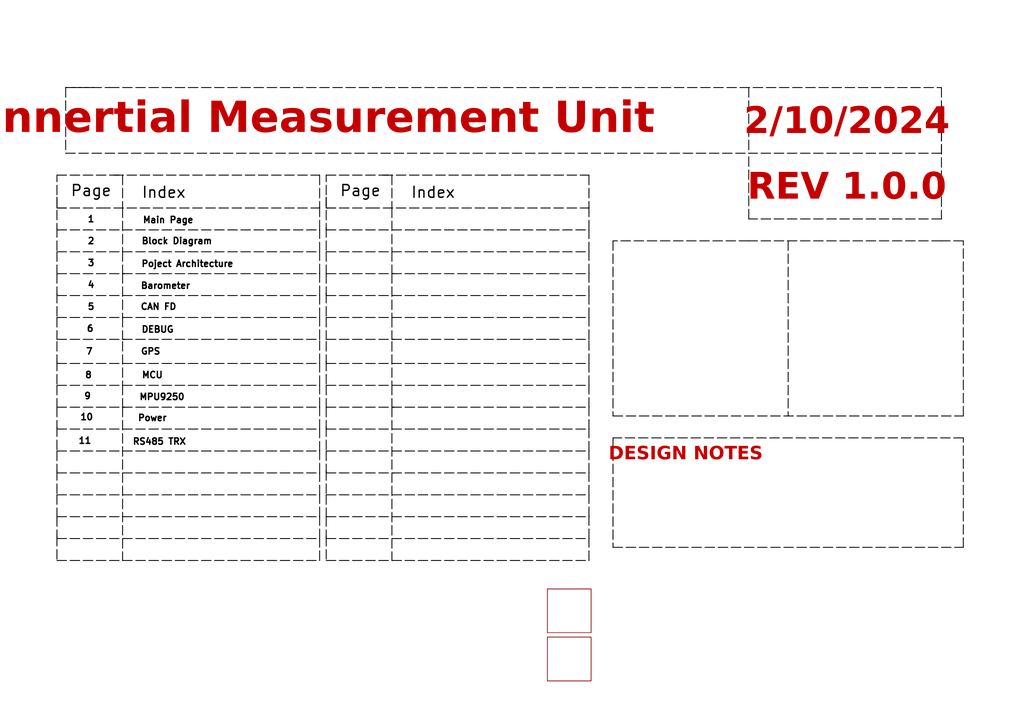
<source format=kicad_sch>
(kicad_sch
	(version 20250114)
	(generator "eeschema")
	(generator_version "9.0")
	(uuid "b6a8d14b-6e32-4628-bf0c-2046877d1cfa")
	(paper "A4")
	(lib_symbols)
	(text "MPU9250"
		(exclude_from_sim no)
		(at 46.99 115.316 0)
		(effects
			(font
				(size 1.8415 1.8415)
				(thickness 0.3969)
				(color 0 0 0 1)
			)
			(href "#9")
		)
		(uuid "01caf974-1a1b-42c4-b965-ceb8cb9fb02b")
	)
	(text "9"
		(exclude_from_sim no)
		(at 25.4 115.062 0)
		(effects
			(font
				(size 1.8415 1.8415)
				(thickness 0.3969)
				(color 0 0 0 1)
			)
		)
		(uuid "0e635508-eb15-44da-a017-3da52b7ee871")
	)
	(text "2"
		(exclude_from_sim no)
		(at 26.416 70.104 0)
		(effects
			(font
				(size 1.8415 1.8415)
				(thickness 0.3969)
				(color 0 0 0 1)
			)
		)
		(uuid "1aafcdf9-4ad4-477b-a593-25a28d7bddc4")
	)
	(text "Innertial Measurement Unit"
		(exclude_from_sim no)
		(at 92.964 37.084 0)
		(effects
			(font
				(face "Bodoni MT")
				(size 8.89 8.89)
				(thickness 1.524)
				(bold yes)
				(color 194 0 0 1)
			)
		)
		(uuid "25813bac-f536-4cbc-91d3-0613266bc093")
	)
	(text "RS485 TRX"
		(exclude_from_sim no)
		(at 46.228 128.27 0)
		(effects
			(font
				(size 1.8415 1.8415)
				(thickness 0.3969)
				(color 0 0 0 1)
			)
			(href "#11")
		)
		(uuid "2b46ef48-b51b-4695-a7df-aa3af3e3a23f")
	)
	(text "1"
		(exclude_from_sim no)
		(at 26.416 63.754 0)
		(effects
			(font
				(size 1.8415 1.8415)
				(thickness 0.3969)
				(color 0 0 0 1)
			)
		)
		(uuid "2eb7e555-5366-44e4-806b-e23e5e9cd7bd")
	)
	(text "7"
		(exclude_from_sim no)
		(at 25.908 102.108 0)
		(effects
			(font
				(size 1.8415 1.8415)
				(thickness 0.3969)
				(color 0 0 0 1)
			)
		)
		(uuid "30bf02f0-6719-482c-84de-529dcb19e5a2")
	)
	(text "Main Page"
		(exclude_from_sim no)
		(at 48.768 64.008 0)
		(effects
			(font
				(size 1.8415 1.8415)
				(thickness 0.3969)
				(color 0 0 0 1)
			)
			(href "#1")
		)
		(uuid "3405a6e5-b410-487e-8cb7-f078789d7795")
	)
	(text "DEBUG"
		(exclude_from_sim no)
		(at 45.72 95.758 0)
		(effects
			(font
				(size 1.8415 1.8415)
				(thickness 0.3969)
				(color 0 0 0 1)
			)
			(href "#6")
		)
		(uuid "3a854ec8-750e-4d02-a09f-628a344890ec")
	)
	(text "10"
		(exclude_from_sim no)
		(at 25.146 121.158 0)
		(effects
			(font
				(size 1.8415 1.8415)
				(thickness 0.3969)
				(color 0 0 0 1)
			)
		)
		(uuid "3fb101a9-ff02-4608-9ed7-c5d9f4841d1f")
	)
	(text "4"
		(exclude_from_sim no)
		(at 26.416 82.804 0)
		(effects
			(font
				(size 1.8415 1.8415)
				(thickness 0.3969)
				(color 0 0 0 1)
			)
		)
		(uuid "467ebeaa-52c8-43d3-8057-afa2362797b9")
	)
	(text "Block Diagram"
		(exclude_from_sim no)
		(at 51.308 70.104 0)
		(effects
			(font
				(size 1.8415 1.8415)
				(thickness 0.3969)
				(color 0 0 0 1)
			)
			(href "#2")
		)
		(uuid "47e3d875-f640-4511-bb2d-c5d8dbdd5326")
	)
	(text "DESIGN NOTES"
		(exclude_from_sim no)
		(at 198.882 132.842 0)
		(effects
			(font
				(face "Bodoni MT")
				(size 3.81 3.81)
				(thickness 1.524)
				(bold yes)
				(color 194 0 0 1)
			)
		)
		(uuid "53abd561-da07-4e6a-bcab-9ab6141947e8")
	)
	(text "11"
		(exclude_from_sim no)
		(at 24.638 128.016 0)
		(effects
			(font
				(size 1.8415 1.8415)
				(thickness 0.3969)
				(color 0 0 0 1)
			)
		)
		(uuid "568afc85-b151-47c5-851e-879b586e3279")
	)
	(text "Barometer"
		(exclude_from_sim no)
		(at 48.006 83.058 0)
		(effects
			(font
				(size 1.8415 1.8415)
				(thickness 0.3969)
				(color 0 0 0 1)
			)
			(href "#4")
		)
		(uuid "710363bd-2cc6-4f5b-bc35-1a2793625ad0")
	)
	(text "Page"
		(exclude_from_sim no)
		(at 26.416 55.499 0)
		(effects
			(font
				(size 3.175 3.175)
				(thickness 0.3969)
				(color 0 0 0 1)
			)
		)
		(uuid "77199ec9-40c4-44f5-9b47-0de7fd4cae83")
	)
	(text "Index"
		(exclude_from_sim no)
		(at 125.603 56.007 0)
		(effects
			(font
				(size 3.175 3.175)
				(thickness 0.3969)
				(color 0 0 0 1)
			)
		)
		(uuid "83921a29-4cd3-4c5c-aaa2-34d750ee291f")
	)
	(text "REV 1.0.0"
		(exclude_from_sim no)
		(at 245.618 56.642 0)
		(effects
			(font
				(face "Bodoni MT")
				(size 7.62 7.62)
				(thickness 1.524)
				(bold yes)
				(color 194 0 0 1)
			)
		)
		(uuid "91773755-4d7e-4203-98cd-85f2d7acd1f0")
	)
	(text "GPS"
		(exclude_from_sim no)
		(at 43.688 102.108 0)
		(effects
			(font
				(size 1.8415 1.8415)
				(thickness 0.3969)
				(color 0 0 0 1)
			)
			(href "#7")
		)
		(uuid "99d43356-4669-49c1-bc83-dbcfe964ec5e")
	)
	(text "Index"
		(exclude_from_sim no)
		(at 47.498 56.007 0)
		(effects
			(font
				(size 3.175 3.175)
				(thickness 0.3969)
				(color 0 0 0 1)
			)
		)
		(uuid "9f542388-4321-4766-b7aa-5c4fc91cc81d")
	)
	(text "5"
		(exclude_from_sim no)
		(at 26.416 89.154 0)
		(effects
			(font
				(size 1.8415 1.8415)
				(thickness 0.3969)
				(color 0 0 0 1)
			)
		)
		(uuid "a6f84bd8-cb83-4fa3-bfee-c6ad1698ad77")
	)
	(text "8"
		(exclude_from_sim no)
		(at 25.654 108.966 0)
		(effects
			(font
				(size 1.8415 1.8415)
				(thickness 0.3969)
				(color 0 0 0 1)
			)
		)
		(uuid "af1b6685-735b-4ebb-a6ff-9a27f1829bb5")
	)
	(text "6"
		(exclude_from_sim no)
		(at 26.162 95.504 0)
		(effects
			(font
				(size 1.8415 1.8415)
				(thickness 0.3969)
				(color 0 0 0 1)
			)
		)
		(uuid "af88b3fa-f3f6-47ca-892b-81199291f17c")
	)
	(text "Power"
		(exclude_from_sim no)
		(at 44.196 121.412 0)
		(effects
			(font
				(size 1.8415 1.8415)
				(thickness 0.3969)
				(color 0 0 0 1)
			)
			(href "#10")
		)
		(uuid "c61494cf-41a2-4d78-b158-37cf9961523f")
	)
	(text "MCU"
		(exclude_from_sim no)
		(at 44.196 108.966 0)
		(effects
			(font
				(size 1.8415 1.8415)
				(thickness 0.3969)
				(color 0 0 0 1)
			)
			(href "#8")
		)
		(uuid "d146acca-25f9-44a9-b05c-8a6c05a0cabe")
	)
	(text "3"
		(exclude_from_sim no)
		(at 26.416 76.454 0)
		(effects
			(font
				(size 1.8415 1.8415)
				(thickness 0.3969)
				(color 0 0 0 1)
			)
		)
		(uuid "d374a966-ce67-43b8-9353-7251c99925f3")
	)
	(text "Page"
		(exclude_from_sim no)
		(at 104.521 55.499 0)
		(effects
			(font
				(size 3.175 3.175)
				(thickness 0.3969)
				(color 0 0 0 1)
			)
		)
		(uuid "df993c98-6a43-4dcc-b793-90d4f90d06ca")
	)
	(text "CAN FD"
		(exclude_from_sim no)
		(at 45.974 89.154 0)
		(effects
			(font
				(size 1.8415 1.8415)
				(thickness 0.3969)
				(color 0 0 0 1)
			)
			(href "#5")
		)
		(uuid "e1c30acd-8da0-42a4-995e-67e2e8f72ce1")
	)
	(text "2/10/2024"
		(exclude_from_sim no)
		(at 245.618 37.592 0)
		(effects
			(font
				(face "Bodoni MT")
				(size 7.62 7.62)
				(thickness 1.524)
				(bold yes)
				(color 194 0 0 1)
			)
		)
		(uuid "f1d37723-3a60-42b2-af84-dc1031f6d87b")
	)
	(text "Poject Architecture"
		(exclude_from_sim no)
		(at 54.356 76.708 0)
		(effects
			(font
				(size 1.8415 1.8415)
				(thickness 0.3969)
				(color 0 0 0 1)
			)
			(href "#3")
		)
		(uuid "fb1fee40-989b-4aa7-9b95-bb90ca33a7b2")
	)
	(polyline
		(pts
			(xy 19.05 25.4) (xy 31.75 25.4)
		)
		(stroke
			(width 0.254)
			(type dash)
			(color 0 0 0 1)
		)
		(uuid "05421465-5141-4190-8166-7519556c3164")
	)
	(polyline
		(pts
			(xy 94.615 104.775) (xy 94.615 111.76)
		)
		(stroke
			(width 0.254)
			(type dash)
			(color 0 0 0 1)
		)
		(uuid "0b0771e9-6880-4033-abf5-5ece886f7133")
	)
	(polyline
		(pts
			(xy 113.665 98.425) (xy 114.3 98.425)
		)
		(stroke
			(width 0.254)
			(type dash)
			(color 0 0 0 1)
		)
		(uuid "0e37b9d7-3b02-4ec2-9b02-8be1e8bfd082")
	)
	(polyline
		(pts
			(xy 94.615 124.46) (xy 170.815 124.46)
		)
		(stroke
			(width 0.254)
			(type dash)
			(color 0 0 0 1)
		)
		(uuid "0fd73bc3-1901-4611-8277-9296f21bb75d")
	)
	(polyline
		(pts
			(xy 16.51 79.375) (xy 16.51 85.725)
		)
		(stroke
			(width 0.254)
			(type dash)
			(color 0 0 0 1)
		)
		(uuid "1020af24-d08a-4fd2-8056-f387595af4c1")
	)
	(polyline
		(pts
			(xy 16.51 60.325) (xy 16.51 50.8)
		)
		(stroke
			(width 0.254)
			(type dash)
			(color 0 0 0 1)
		)
		(uuid "10a89c26-3023-4a5b-8ea4-819ade852c1f")
	)
	(polyline
		(pts
			(xy 170.815 137.16) (xy 170.815 130.175)
		)
		(stroke
			(width 0.254)
			(type dash)
			(color 0 0 0 1)
		)
		(uuid "1352b28d-49f1-45ee-b245-334e9cd8d46a")
	)
	(polyline
		(pts
			(xy 35.56 60.325) (xy 35.56 73.025)
		)
		(stroke
			(width 0.254)
			(type dash)
			(color 0 0 0 1)
		)
		(uuid "1414deb4-ee05-4391-9d7c-3dcfa59c30fc")
	)
	(polyline
		(pts
			(xy 273.05 57.15) (xy 273.05 63.5)
		)
		(stroke
			(width 0.254)
			(type dash)
			(color 0 0 0 1)
		)
		(uuid "148e077d-53dd-419c-b1e4-58999e843828")
	)
	(polyline
		(pts
			(xy 16.51 57.15) (xy 16.51 66.675)
		)
		(stroke
			(width 0.254)
			(type dash)
			(color 0 0 0 1)
		)
		(uuid "15a4a63d-6492-4794-8f8a-29b138d682d8")
	)
	(polyline
		(pts
			(xy 16.51 149.86) (xy 16.51 156.21)
		)
		(stroke
			(width 0.254)
			(type dash)
			(color 0 0 0 1)
		)
		(uuid "16775fc9-564d-4ed8-a63f-a7f67b4e1475")
	)
	(polyline
		(pts
			(xy 273.05 38.1) (xy 273.05 57.15)
		)
		(stroke
			(width 0.254)
			(type dash)
			(color 0 0 0 1)
		)
		(uuid "17858f94-976e-4d1f-9ac2-e18f22ad4fcb")
	)
	(polyline
		(pts
			(xy 94.615 118.11) (xy 170.815 118.11)
		)
		(stroke
			(width 0.254)
			(type dash)
			(color 0 0 0 1)
		)
		(uuid "17f2fe9a-7b26-467b-8f89-fd50fb3327d1")
	)
	(polyline
		(pts
			(xy 94.615 149.86) (xy 94.615 156.21)
		)
		(stroke
			(width 0.254)
			(type dash)
			(color 0 0 0 1)
		)
		(uuid "18688f75-c161-4e47-8b6a-ea8b6c3b94fb")
	)
	(polyline
		(pts
			(xy 16.51 156.21) (xy 92.71 156.21)
		)
		(stroke
			(width 0.254)
			(type dash)
			(color 0 0 0 1)
		)
		(uuid "1956521a-362e-401b-9cf4-3c7894658e2d")
	)
	(polyline
		(pts
			(xy 92.71 118.11) (xy 92.71 111.76)
		)
		(stroke
			(width 0.254)
			(type dash)
			(color 0 0 0 1)
		)
		(uuid "1c1a0ed4-6ede-42fc-917b-a188a8ab7b3c")
	)
	(polyline
		(pts
			(xy 94.615 85.725) (xy 170.815 85.725)
		)
		(stroke
			(width 0.254)
			(type dash)
			(color 0 0 0 1)
		)
		(uuid "1dec6bb0-940d-40be-aeaa-94f91e6c6df4")
	)
	(polyline
		(pts
			(xy 16.51 143.51) (xy 16.51 149.86)
		)
		(stroke
			(width 0.254)
			(type dash)
			(color 0 0 0 1)
		)
		(uuid "1f86975c-2c56-457c-9942-6d1f66ecd731")
	)
	(polyline
		(pts
			(xy 217.17 63.5) (xy 217.17 44.45)
		)
		(stroke
			(width 0.254)
			(type dash)
			(color 0 0 0 1)
		)
		(uuid "1fb55661-6ba6-4e69-9a78-3de8acde99f8")
	)
	(polyline
		(pts
			(xy 94.615 123.825) (xy 94.615 130.81)
		)
		(stroke
			(width 0.254)
			(type dash)
			(color 0 0 0 1)
		)
		(uuid "21173794-8add-4a1e-b3ce-dc8a2fc2144e")
	)
	(polyline
		(pts
			(xy 170.815 162.56) (xy 170.815 156.21)
		)
		(stroke
			(width 0.254)
			(type dash)
			(color 0 0 0 1)
		)
		(uuid "228d48e4-7712-43c4-94dc-febe12006734")
	)
	(polyline
		(pts
			(xy 16.51 123.825) (xy 16.51 130.81)
		)
		(stroke
			(width 0.254)
			(type dash)
			(color 0 0 0 1)
		)
		(uuid "23bf8820-a755-4e05-a078-215fa9e06dbf")
	)
	(polyline
		(pts
			(xy 94.615 111.76) (xy 170.815 111.76)
		)
		(stroke
			(width 0.254)
			(type dash)
			(color 0 0 0 1)
		)
		(uuid "241e8a75-e1c8-45a7-9111-656c31dbb760")
	)
	(polyline
		(pts
			(xy 170.815 66.675) (xy 170.815 59.69)
		)
		(stroke
			(width 0.254)
			(type dash)
			(color 0 0 0 1)
		)
		(uuid "2462ee13-6cc4-4ebb-a4b4-7d9697cf1084")
	)
	(polyline
		(pts
			(xy 16.51 155.575) (xy 16.51 162.56)
		)
		(stroke
			(width 0.254)
			(type dash)
			(color 0 0 0 1)
		)
		(uuid "25815f44-3a5a-423a-867d-07866c8a6899")
	)
	(polyline
		(pts
			(xy 273.05 25.4) (xy 273.05 32.385)
		)
		(stroke
			(width 0.254)
			(type dash)
			(color 0 0 0 1)
		)
		(uuid "2920fe70-a981-4c14-875c-5a0a98e31808")
	)
	(polyline
		(pts
			(xy 94.615 92.075) (xy 170.815 92.075)
		)
		(stroke
			(width 0.254)
			(type dash)
			(color 0 0 0 1)
		)
		(uuid "29ab1aef-d686-4e57-b029-432e990a64f5")
	)
	(polyline
		(pts
			(xy 94.615 92.075) (xy 94.615 98.425)
		)
		(stroke
			(width 0.254)
			(type dash)
			(color 0 0 0 1)
		)
		(uuid "2aee0cce-c426-4a0d-824a-9c73f3ba582c")
	)
	(polyline
		(pts
			(xy 94.615 99.06) (xy 94.615 105.41)
		)
		(stroke
			(width 0.254)
			(type dash)
			(color 0 0 0 1)
		)
		(uuid "2b2e0da4-fe83-46cd-b1e3-479c14791446")
	)
	(polyline
		(pts
			(xy 16.51 66.04) (xy 16.51 73.025)
		)
		(stroke
			(width 0.254)
			(type dash)
			(color 0 0 0 1)
		)
		(uuid "2e77e5fb-887d-407f-a325-2674a698365c")
	)
	(polyline
		(pts
			(xy 170.815 105.41) (xy 170.815 98.425)
		)
		(stroke
			(width 0.254)
			(type dash)
			(color 0 0 0 1)
		)
		(uuid "301a8443-83a5-4bc8-b533-357b818f61fc")
	)
	(polyline
		(pts
			(xy 16.51 130.81) (xy 92.71 130.81)
		)
		(stroke
			(width 0.254)
			(type dash)
			(color 0 0 0 1)
		)
		(uuid "3395a9c1-027b-4b05-9a0a-2775d5aca198")
	)
	(polyline
		(pts
			(xy 177.8 69.85) (xy 177.8 120.65)
		)
		(stroke
			(width 0.254)
			(type dash)
			(color 0 0 0 1)
		)
		(uuid "359e1843-0452-44bb-9404-5cc28e8e07bb")
	)
	(polyline
		(pts
			(xy 35.56 79.375) (xy 36.195 79.375)
		)
		(stroke
			(width 0.254)
			(type dash)
			(color 0 0 0 1)
		)
		(uuid "3b8302be-c926-463a-befc-782e2e30a609")
	)
	(polyline
		(pts
			(xy 92.71 149.86) (xy 92.71 143.51)
		)
		(stroke
			(width 0.254)
			(type dash)
			(color 0 0 0 1)
		)
		(uuid "3c4bf990-7b59-4425-aece-1215d6453d46")
	)
	(polyline
		(pts
			(xy 92.71 79.375) (xy 92.71 73.025)
		)
		(stroke
			(width 0.254)
			(type dash)
			(color 0 0 0 1)
		)
		(uuid "3ea82d12-ed13-4e47-91b7-c2fd4f4bc89a")
	)
	(polyline
		(pts
			(xy 94.615 143.51) (xy 170.815 143.51)
		)
		(stroke
			(width 0.254)
			(type dash)
			(color 0 0 0 1)
		)
		(uuid "3ef34b7b-1605-4e2b-b50e-1f2044739e49")
	)
	(polyline
		(pts
			(xy 113.665 111.76) (xy 113.665 118.11)
		)
		(stroke
			(width 0.254)
			(type dash)
			(color 0 0 0 1)
		)
		(uuid "4373777b-5940-463c-9fc3-203a0a24bbc5")
	)
	(polyline
		(pts
			(xy 94.615 162.56) (xy 170.815 162.56)
		)
		(stroke
			(width 0.254)
			(type dash)
			(color 0 0 0 1)
		)
		(uuid "45677783-5b67-4762-9ef6-31a0204424c4")
	)
	(polyline
		(pts
			(xy 35.56 98.425) (xy 36.195 98.425)
		)
		(stroke
			(width 0.254)
			(type dash)
			(color 0 0 0 1)
		)
		(uuid "459a8cab-b67f-45c6-a1a0-e9c4acbe6bcc")
	)
	(polyline
		(pts
			(xy 94.615 137.16) (xy 170.815 137.16)
		)
		(stroke
			(width 0.254)
			(type dash)
			(color 0 0 0 1)
		)
		(uuid "45fe4fa2-4c06-409c-be4b-ea3d81b73206")
	)
	(polyline
		(pts
			(xy 92.71 66.675) (xy 92.71 59.69)
		)
		(stroke
			(width 0.254)
			(type dash)
			(color 0 0 0 1)
		)
		(uuid "4b953cd4-4728-4013-8401-157f738ada08")
	)
	(polyline
		(pts
			(xy 16.51 79.375) (xy 92.71 79.375)
		)
		(stroke
			(width 0.254)
			(type dash)
			(color 0 0 0 1)
		)
		(uuid "516b6cb1-7438-4e8c-9f69-d0b38b073824")
	)
	(polyline
		(pts
			(xy 35.56 118.11) (xy 35.56 162.56)
		)
		(stroke
			(width 0.254)
			(type dash)
			(color 0 0 0 1)
		)
		(uuid "520c3022-0a7a-4536-a687-a835b533a5d3")
	)
	(polyline
		(pts
			(xy 16.51 118.11) (xy 92.71 118.11)
		)
		(stroke
			(width 0.254)
			(type dash)
			(color 0 0 0 1)
		)
		(uuid "536db232-4153-4e97-a74f-7a287188cc48")
	)
	(polyline
		(pts
			(xy 113.665 118.11) (xy 113.665 162.56)
		)
		(stroke
			(width 0.254)
			(type dash)
			(color 0 0 0 1)
		)
		(uuid "53abc43f-29de-403c-bc8c-b138ea7c9a09")
	)
	(polyline
		(pts
			(xy 33.02 50.8) (xy 92.71 50.8)
		)
		(stroke
			(width 0.254)
			(type dash)
			(color 0 0 0 1)
		)
		(uuid "555675b2-9d86-49ef-9c6b-06d166d99773")
	)
	(polyline
		(pts
			(xy 92.71 85.725) (xy 92.71 78.74)
		)
		(stroke
			(width 0.254)
			(type dash)
			(color 0 0 0 1)
		)
		(uuid "55d11b57-feaa-4b4d-b749-26c76dd02e7e")
	)
	(polyline
		(pts
			(xy 217.17 25.4) (xy 217.17 44.45)
		)
		(stroke
			(width 0.254)
			(type dash)
			(color 0 0 0 1)
		)
		(uuid "55dcd5ce-8182-4ea1-9d17-bf23843f68e8")
	)
	(polyline
		(pts
			(xy 92.71 98.425) (xy 92.71 92.075)
		)
		(stroke
			(width 0.254)
			(type dash)
			(color 0 0 0 1)
		)
		(uuid "5637370e-17fe-4851-b11d-77ab78ff0892")
	)
	(polyline
		(pts
			(xy 94.615 130.81) (xy 170.815 130.81)
		)
		(stroke
			(width 0.254)
			(type dash)
			(color 0 0 0 1)
		)
		(uuid "567efb01-5db9-4bdd-b758-5a98612ddb85")
	)
	(polyline
		(pts
			(xy 111.125 50.8) (xy 170.815 50.8)
		)
		(stroke
			(width 0.254)
			(type dash)
			(color 0 0 0 1)
		)
		(uuid "5ba86f68-8296-40b1-96d3-8898c4ec2ab4")
	)
	(polyline
		(pts
			(xy 16.51 149.86) (xy 92.71 149.86)
		)
		(stroke
			(width 0.254)
			(type dash)
			(color 0 0 0 1)
		)
		(uuid "5cefe247-bcc5-41f6-b61d-eb1deefe9a89")
	)
	(polyline
		(pts
			(xy 16.51 111.76) (xy 92.71 111.76)
		)
		(stroke
			(width 0.254)
			(type dash)
			(color 0 0 0 1)
		)
		(uuid "5edaac75-a3d0-44ad-b2bf-2c13a15d2616")
	)
	(polyline
		(pts
			(xy 97.155 60.325) (xy 94.615 60.325)
		)
		(stroke
			(width 0.254)
			(type dash)
			(color 0 0 0 1)
		)
		(uuid "604b1673-5c74-49d9-b597-ba88f51df9b6")
	)
	(polyline
		(pts
			(xy 92.71 73.025) (xy 92.71 66.675)
		)
		(stroke
			(width 0.254)
			(type dash)
			(color 0 0 0 1)
		)
		(uuid "615c29b2-2a0d-4ba3-91bb-f038907b2651")
	)
	(polyline
		(pts
			(xy 273.05 63.5) (xy 217.17 63.5)
		)
		(stroke
			(width 0.254)
			(type dash)
			(color 0 0 0 1)
		)
		(uuid "62f81d6c-fe66-4536-ad67-79f53d01a98a")
	)
	(polyline
		(pts
			(xy 31.75 25.4) (xy 273.05 25.4)
		)
		(stroke
			(width 0.254)
			(type dash)
			(color 0 0 0 1)
		)
		(uuid "64624dcd-23db-498d-ba4f-8c2af76b05c2")
	)
	(polyline
		(pts
			(xy 170.815 50.8) (xy 170.815 60.325)
		)
		(stroke
			(width 0.254)
			(type dash)
			(color 0 0 0 1)
		)
		(uuid "64cdfff6-da04-4197-8e9e-2123abfca56c")
	)
	(polyline
		(pts
			(xy 170.815 111.76) (xy 170.815 105.41)
		)
		(stroke
			(width 0.254)
			(type dash)
			(color 0 0 0 1)
		)
		(uuid "666174ef-4ce6-4e4c-adf6-2a40ba041835")
	)
	(polyline
		(pts
			(xy 35.56 73.025) (xy 35.56 79.375)
		)
		(stroke
			(width 0.254)
			(type dash)
			(color 0 0 0 1)
		)
		(uuid "68489bb9-54c2-43ed-9bc8-174d71ba06d4")
	)
	(polyline
		(pts
			(xy 94.615 105.41) (xy 170.815 105.41)
		)
		(stroke
			(width 0.254)
			(type dash)
			(color 0 0 0 1)
		)
		(uuid "691435fa-a646-4945-8abd-e5dec760f739")
	)
	(polyline
		(pts
			(xy 92.71 111.76) (xy 92.71 105.41)
		)
		(stroke
			(width 0.254)
			(type dash)
			(color 0 0 0 1)
		)
		(uuid "694e1932-999a-4f6d-aaeb-138e559d02fa")
	)
	(polyline
		(pts
			(xy 113.665 79.375) (xy 114.3 79.375)
		)
		(stroke
			(width 0.254)
			(type dash)
			(color 0 0 0 1)
		)
		(uuid "6a500c7a-1548-4a7c-996d-08d8b55e1d0d")
	)
	(polyline
		(pts
			(xy 279.4 158.75) (xy 279.4 127)
		)
		(stroke
			(width 0.254)
			(type dash)
			(color 0 0 0 1)
		)
		(uuid "6aca3a84-e3b0-475c-838b-814cfef0875c")
	)
	(polyline
		(pts
			(xy 279.4 120.65) (xy 279.4 69.85)
		)
		(stroke
			(width 0.254)
			(type dash)
			(color 0 0 0 1)
		)
		(uuid "6c6c7cdd-4974-4125-a77a-db370266c4fb")
	)
	(polyline
		(pts
			(xy 92.71 92.075) (xy 92.71 85.725)
		)
		(stroke
			(width 0.254)
			(type dash)
			(color 0 0 0 1)
		)
		(uuid "6de659d9-f2ab-433d-9646-ead377d8c025")
	)
	(polyline
		(pts
			(xy 170.815 149.86) (xy 170.815 143.51)
		)
		(stroke
			(width 0.254)
			(type dash)
			(color 0 0 0 1)
		)
		(uuid "6f43526d-674f-44da-a26d-fd86115fff9e")
	)
	(polyline
		(pts
			(xy 94.615 130.81) (xy 94.615 137.16)
		)
		(stroke
			(width 0.254)
			(type dash)
			(color 0 0 0 1)
		)
		(uuid "706d07b1-0e0b-4bff-b97f-7af338d15881")
	)
	(polyline
		(pts
			(xy 92.71 124.46) (xy 92.71 117.475)
		)
		(stroke
			(width 0.254)
			(type dash)
			(color 0 0 0 1)
		)
		(uuid "71a0da9a-2720-442e-aea6-b562aa38eb5e")
	)
	(polyline
		(pts
			(xy 92.71 137.16) (xy 92.71 130.175)
		)
		(stroke
			(width 0.254)
			(type dash)
			(color 0 0 0 1)
		)
		(uuid "7394e480-ef06-447f-afae-abf7e658560d")
	)
	(polyline
		(pts
			(xy 16.51 98.425) (xy 92.71 98.425)
		)
		(stroke
			(width 0.254)
			(type dash)
			(color 0 0 0 1)
		)
		(uuid "750594c3-4191-4611-ad09-ff73d01e6c36")
	)
	(polyline
		(pts
			(xy 113.665 99.06) (xy 113.665 111.76)
		)
		(stroke
			(width 0.254)
			(type dash)
			(color 0 0 0 1)
		)
		(uuid "75f04cdc-ca3b-4795-9622-3820fecee75d")
	)
	(polyline
		(pts
			(xy 273.05 30.48) (xy 273.05 44.45)
		)
		(stroke
			(width 0.254)
			(type dash)
			(color 0 0 0 1)
		)
		(uuid "75fe76d0-78c9-4fd9-aa53-919823817dd3")
	)
	(polyline
		(pts
			(xy 279.4 69.85) (xy 273.05 69.85)
		)
		(stroke
			(width 0.254)
			(type dash)
			(color 0 0 0 1)
		)
		(uuid "780730cd-d336-4ebe-9ada-80d8c243ca7a")
	)
	(polyline
		(pts
			(xy 94.615 136.525) (xy 94.615 143.51)
		)
		(stroke
			(width 0.254)
			(type dash)
			(color 0 0 0 1)
		)
		(uuid "7a27f77f-0812-47e9-81bf-c4c5db50a1da")
	)
	(polyline
		(pts
			(xy 94.615 98.425) (xy 170.815 98.425)
		)
		(stroke
			(width 0.254)
			(type dash)
			(color 0 0 0 1)
		)
		(uuid "7a4b1389-5f9c-423d-8be8-f9c86e368a2a")
	)
	(polyline
		(pts
			(xy 94.615 60.325) (xy 94.615 50.8)
		)
		(stroke
			(width 0.254)
			(type dash)
			(color 0 0 0 1)
		)
		(uuid "7fa201e0-2a22-49ef-bb8c-d42e802fa466")
	)
	(polyline
		(pts
			(xy 92.71 156.21) (xy 92.71 149.225)
		)
		(stroke
			(width 0.254)
			(type dash)
			(color 0 0 0 1)
		)
		(uuid "80b2e504-412c-45f1-b2ac-190a29a69d67")
	)
	(polyline
		(pts
			(xy 170.815 118.11) (xy 170.815 111.76)
		)
		(stroke
			(width 0.254)
			(type dash)
			(color 0 0 0 1)
		)
		(uuid "81b81c02-77c7-4950-9409-40e1116fe526")
	)
	(polyline
		(pts
			(xy 273.05 69.85) (xy 217.17 69.85)
		)
		(stroke
			(width 0.254)
			(type dash)
			(color 0 0 0 1)
		)
		(uuid "829e7f12-2ce3-49a5-b41a-493d5e056907")
	)
	(polyline
		(pts
			(xy 113.665 137.16) (xy 114.3 137.16)
		)
		(stroke
			(width 0.254)
			(type dash)
			(color 0 0 0 1)
		)
		(uuid "8396e1cb-1eb0-44a2-a68d-539f5547d46c")
	)
	(polyline
		(pts
			(xy 35.56 79.375) (xy 35.56 92.075)
		)
		(stroke
			(width 0.254)
			(type dash)
			(color 0 0 0 1)
		)
		(uuid "845af433-8fcf-4cd6-847d-bc5400e55bbc")
	)
	(polyline
		(pts
			(xy 16.51 118.11) (xy 16.51 124.46)
		)
		(stroke
			(width 0.254)
			(type dash)
			(color 0 0 0 1)
		)
		(uuid "872083fb-1925-4461-b963-e99377450559")
	)
	(polyline
		(pts
			(xy 170.815 124.46) (xy 170.815 117.475)
		)
		(stroke
			(width 0.254)
			(type dash)
			(color 0 0 0 1)
		)
		(uuid "898e0b8c-b428-4619-85ac-dacfde4ee06f")
	)
	(polyline
		(pts
			(xy 92.71 105.41) (xy 92.71 98.425)
		)
		(stroke
			(width 0.254)
			(type dash)
			(color 0 0 0 1)
		)
		(uuid "8a9fd7bb-b488-4697-a16f-69ad37deae9c")
	)
	(polyline
		(pts
			(xy 16.51 92.075) (xy 92.71 92.075)
		)
		(stroke
			(width 0.254)
			(type dash)
			(color 0 0 0 1)
		)
		(uuid "8b00e28a-554d-4376-a350-13c2116eb945")
	)
	(polyline
		(pts
			(xy 16.51 66.675) (xy 92.71 66.675)
		)
		(stroke
			(width 0.254)
			(type dash)
			(color 0 0 0 1)
		)
		(uuid "8b3b54e5-ed7b-49d2-aa08-7f9f6173b15b")
	)
	(polyline
		(pts
			(xy 35.56 118.11) (xy 36.195 118.11)
		)
		(stroke
			(width 0.254)
			(type dash)
			(color 0 0 0 1)
		)
		(uuid "8bd39308-256e-43eb-bc6c-b70236f923e4")
	)
	(polyline
		(pts
			(xy 16.51 111.76) (xy 16.51 118.11)
		)
		(stroke
			(width 0.254)
			(type dash)
			(color 0 0 0 1)
		)
		(uuid "8d3088c9-d1c5-4742-a795-92c45f3199e3")
	)
	(polyline
		(pts
			(xy 94.615 85.09) (xy 94.615 92.075)
		)
		(stroke
			(width 0.254)
			(type dash)
			(color 0 0 0 1)
		)
		(uuid "8e76eaa5-2acf-4798-ab24-3eec5442cde1")
	)
	(polyline
		(pts
			(xy 217.17 69.85) (xy 177.8 69.85)
		)
		(stroke
			(width 0.254)
			(type dash)
			(color 0 0 0 1)
		)
		(uuid "8e80e143-b3bd-4054-b26f-356eb04ecc55")
	)
	(polyline
		(pts
			(xy 16.51 99.06) (xy 16.51 105.41)
		)
		(stroke
			(width 0.254)
			(type dash)
			(color 0 0 0 1)
		)
		(uuid "906c8801-0e01-4727-854b-4743d1b556b1")
	)
	(polyline
		(pts
			(xy 29.21 60.325) (xy 92.71 60.325)
		)
		(stroke
			(width 0.254)
			(type dash)
			(color 0 0 0 1)
		)
		(uuid "90d6f566-2a03-4978-b72c-0ca78651481f")
	)
	(polyline
		(pts
			(xy 170.815 156.21) (xy 170.815 149.225)
		)
		(stroke
			(width 0.254)
			(type dash)
			(color 0 0 0 1)
		)
		(uuid "95174794-e797-45e4-a7fd-427c3bb9e9ab")
	)
	(polyline
		(pts
			(xy 94.615 79.375) (xy 170.815 79.375)
		)
		(stroke
			(width 0.254)
			(type dash)
			(color 0 0 0 1)
		)
		(uuid "97b748a2-ac8d-4ca7-8b91-99d1467d9df0")
	)
	(polyline
		(pts
			(xy 92.71 143.51) (xy 92.71 137.16)
		)
		(stroke
			(width 0.254)
			(type dash)
			(color 0 0 0 1)
		)
		(uuid "97fd0a6c-48ff-4e2f-9e65-67844f87a38a")
	)
	(polyline
		(pts
			(xy 35.56 92.075) (xy 35.56 98.425)
		)
		(stroke
			(width 0.254)
			(type dash)
			(color 0 0 0 1)
		)
		(uuid "9b68424c-d873-4f00-b151-57ab6133eb5b")
	)
	(polyline
		(pts
			(xy 170.815 85.725) (xy 170.815 78.74)
		)
		(stroke
			(width 0.254)
			(type dash)
			(color 0 0 0 1)
		)
		(uuid "9c578bad-56f9-462a-977e-f2835396303c")
	)
	(polyline
		(pts
			(xy 94.615 73.025) (xy 170.815 73.025)
		)
		(stroke
			(width 0.254)
			(type dash)
			(color 0 0 0 1)
		)
		(uuid "9f2233cf-5002-4002-b496-05ff781d6f78")
	)
	(polyline
		(pts
			(xy 16.51 50.8) (xy 35.56 50.8)
		)
		(stroke
			(width 0.254)
			(type dash)
			(color 0 0 0 1)
		)
		(uuid "a07586f4-0fda-42a6-8282-2d34ead923e4")
	)
	(polyline
		(pts
			(xy 92.71 130.81) (xy 92.71 124.46)
		)
		(stroke
			(width 0.254)
			(type dash)
			(color 0 0 0 1)
		)
		(uuid "a0c64cad-e8ae-4846-b1ab-3e866154d0e4")
	)
	(polyline
		(pts
			(xy 35.56 111.76) (xy 35.56 118.11)
		)
		(stroke
			(width 0.254)
			(type dash)
			(color 0 0 0 1)
		)
		(uuid "a2c32496-5da1-4524-b18b-1adae55d5086")
	)
	(polyline
		(pts
			(xy 94.615 143.51) (xy 94.615 149.86)
		)
		(stroke
			(width 0.254)
			(type dash)
			(color 0 0 0 1)
		)
		(uuid "a375a576-8494-4d15-8a38-846461e413ae")
	)
	(polyline
		(pts
			(xy 94.615 66.04) (xy 94.615 73.025)
		)
		(stroke
			(width 0.254)
			(type dash)
			(color 0 0 0 1)
		)
		(uuid "a38ac081-8cf2-4de5-8769-c5b826e164c5")
	)
	(polyline
		(pts
			(xy 35.56 50.8) (xy 35.56 60.325)
		)
		(stroke
			(width 0.254)
			(type dash)
			(color 0 0 0 1)
		)
		(uuid "a5479eb8-c39d-45bc-89ff-f99807b3848f")
	)
	(polyline
		(pts
			(xy 177.8 120.65) (xy 279.4 120.65)
		)
		(stroke
			(width 0.254)
			(type dash)
			(color 0 0 0 1)
		)
		(uuid "a8e0192f-0fd8-4710-a938-cf539a8cfd81")
	)
	(polyline
		(pts
			(xy 94.615 50.8) (xy 113.665 50.8)
		)
		(stroke
			(width 0.254)
			(type dash)
			(color 0 0 0 1)
		)
		(uuid "a96572e3-22f2-4e7f-be64-470f5c838abb")
	)
	(polyline
		(pts
			(xy 94.615 79.375) (xy 94.615 85.725)
		)
		(stroke
			(width 0.254)
			(type dash)
			(color 0 0 0 1)
		)
		(uuid "a9ad149a-ada4-4121-91d2-9065fa1cefa0")
	)
	(polyline
		(pts
			(xy 35.56 99.06) (xy 35.56 111.76)
		)
		(stroke
			(width 0.254)
			(type dash)
			(color 0 0 0 1)
		)
		(uuid "aaf7793f-7ae5-4bca-87f9-d415e65df9af")
	)
	(polyline
		(pts
			(xy 16.51 137.16) (xy 92.71 137.16)
		)
		(stroke
			(width 0.254)
			(type dash)
			(color 0 0 0 1)
		)
		(uuid "ab3334bf-60e5-47af-b1af-18bcb4069153")
	)
	(polyline
		(pts
			(xy 27.305 25.4) (xy 19.05 25.4)
		)
		(stroke
			(width 0.254)
			(type dash)
			(color 0 0 0 1)
		)
		(uuid "accb530b-907a-4ab5-a0cf-382c28fab3dc")
	)
	(polyline
		(pts
			(xy 16.51 136.525) (xy 16.51 143.51)
		)
		(stroke
			(width 0.254)
			(type dash)
			(color 0 0 0 1)
		)
		(uuid "b13595e7-2e22-4656-aa84-f135559870b9")
	)
	(polyline
		(pts
			(xy 170.815 130.81) (xy 170.815 124.46)
		)
		(stroke
			(width 0.254)
			(type dash)
			(color 0 0 0 1)
		)
		(uuid "b27e5edb-57f3-4e0a-92f6-3e55d1ba7eba")
	)
	(polyline
		(pts
			(xy 16.51 92.075) (xy 16.51 98.425)
		)
		(stroke
			(width 0.254)
			(type dash)
			(color 0 0 0 1)
		)
		(uuid "b2de911c-b948-48ef-a651-d1c98f82e121")
	)
	(polyline
		(pts
			(xy 177.8 158.75) (xy 279.4 158.75)
		)
		(stroke
			(width 0.254)
			(type dash)
			(color 0 0 0 1)
		)
		(uuid "b304aa89-3238-4115-9ff2-be1b110d8efa")
	)
	(polyline
		(pts
			(xy 94.615 118.11) (xy 94.615 124.46)
		)
		(stroke
			(width 0.254)
			(type dash)
			(color 0 0 0 1)
		)
		(uuid "b7ad2afa-b11e-4b6a-9380-d5e44e4ec7a1")
	)
	(polyline
		(pts
			(xy 113.665 50.8) (xy 113.665 60.325)
		)
		(stroke
			(width 0.254)
			(type dash)
			(color 0 0 0 1)
		)
		(uuid "b8a10bf3-672c-415f-a6f6-c30661c92ee5")
	)
	(polyline
		(pts
			(xy 113.665 79.375) (xy 113.665 92.075)
		)
		(stroke
			(width 0.254)
			(type dash)
			(color 0 0 0 1)
		)
		(uuid "ba971395-1bb1-4ac3-9969-09954d7c6fcc")
	)
	(polyline
		(pts
			(xy 113.665 92.075) (xy 113.665 98.425)
		)
		(stroke
			(width 0.254)
			(type dash)
			(color 0 0 0 1)
		)
		(uuid "baa8f02d-b2bc-463a-a720-4d08e8d41ff7")
	)
	(polyline
		(pts
			(xy 170.815 73.025) (xy 170.815 66.675)
		)
		(stroke
			(width 0.254)
			(type dash)
			(color 0 0 0 1)
		)
		(uuid "bae07ffa-8ce3-461d-89c6-dc0e20396bf1")
	)
	(polyline
		(pts
			(xy 94.615 155.575) (xy 94.615 162.56)
		)
		(stroke
			(width 0.254)
			(type dash)
			(color 0 0 0 1)
		)
		(uuid "bb13f08d-381b-432d-8c1a-bb91699c5b9f")
	)
	(polyline
		(pts
			(xy 177.8 127) (xy 177.8 158.75)
		)
		(stroke
			(width 0.254)
			(type dash)
			(color 0 0 0 1)
		)
		(uuid "bc4ef443-e795-453c-bdd3-50881201a86a")
	)
	(polyline
		(pts
			(xy 170.815 143.51) (xy 170.815 137.16)
		)
		(stroke
			(width 0.254)
			(type dash)
			(color 0 0 0 1)
		)
		(uuid "bcdd0765-204c-4940-828c-8ac5b35ac61d")
	)
	(polyline
		(pts
			(xy 113.665 118.11) (xy 114.3 118.11)
		)
		(stroke
			(width 0.254)
			(type dash)
			(color 0 0 0 1)
		)
		(uuid "c00fe856-386c-48d0-85fa-b430805d1dab")
	)
	(polyline
		(pts
			(xy 16.51 105.41) (xy 92.71 105.41)
		)
		(stroke
			(width 0.254)
			(type dash)
			(color 0 0 0 1)
		)
		(uuid "c03fcc66-2096-4dc4-be00-e432da1d5c9f")
	)
	(polyline
		(pts
			(xy 94.615 60.325) (xy 107.315 60.325)
		)
		(stroke
			(width 0.254)
			(type dash)
			(color 0 0 0 1)
		)
		(uuid "c34e1fac-1067-4585-aa01-2d599ba2c3d7")
	)
	(polyline
		(pts
			(xy 16.51 162.56) (xy 92.71 162.56)
		)
		(stroke
			(width 0.254)
			(type dash)
			(color 0 0 0 1)
		)
		(uuid "c3eae753-bc35-4310-98c3-789d86648d45")
	)
	(polyline
		(pts
			(xy 170.815 79.375) (xy 170.815 73.025)
		)
		(stroke
			(width 0.254)
			(type dash)
			(color 0 0 0 1)
		)
		(uuid "c3f254ee-6945-4de2-87d8-0d8c5841aa5f")
	)
	(polyline
		(pts
			(xy 19.05 25.4) (xy 19.05 44.45)
		)
		(stroke
			(width 0.254)
			(type dash)
			(color 0 0 0 1)
		)
		(uuid "c5b1a024-c4e0-42fe-bb00-9f8e4c760839")
	)
	(polyline
		(pts
			(xy 92.71 50.8) (xy 92.71 60.325)
		)
		(stroke
			(width 0.254)
			(type dash)
			(color 0 0 0 1)
		)
		(uuid "c5c84e26-8de3-4790-b2e9-0efc76899d07")
	)
	(polyline
		(pts
			(xy 16.51 85.09) (xy 16.51 92.075)
		)
		(stroke
			(width 0.254)
			(type dash)
			(color 0 0 0 1)
		)
		(uuid "c6780a03-8a4b-49e9-88ec-8bf49ef13b94")
	)
	(polyline
		(pts
			(xy 92.71 162.56) (xy 92.71 156.21)
		)
		(stroke
			(width 0.254)
			(type dash)
			(color 0 0 0 1)
		)
		(uuid "cde2d576-1baa-4dde-94a6-08e430c07a6f")
	)
	(polyline
		(pts
			(xy 16.51 73.025) (xy 16.51 79.375)
		)
		(stroke
			(width 0.254)
			(type dash)
			(color 0 0 0 1)
		)
		(uuid "cf32f899-4dc3-4b64-baf0-5d0e303794bf")
	)
	(polyline
		(pts
			(xy 19.05 60.325) (xy 16.51 60.325)
		)
		(stroke
			(width 0.254)
			(type dash)
			(color 0 0 0 1)
		)
		(uuid "d05a7345-9a89-45e0-95ae-8615ac436359")
	)
	(polyline
		(pts
			(xy 228.6 69.85) (xy 228.6 120.65)
		)
		(stroke
			(width 0.254)
			(type dash)
			(color 0 0 0 1)
		)
		(uuid "d0ed60ee-dd1b-4a46-97d6-7ebd3cb913cb")
	)
	(polyline
		(pts
			(xy 16.51 85.725) (xy 92.71 85.725)
		)
		(stroke
			(width 0.254)
			(type dash)
			(color 0 0 0 1)
		)
		(uuid "d54411b0-9551-408f-b5d4-e8dfde2d612a")
	)
	(polyline
		(pts
			(xy 16.51 60.325) (xy 29.21 60.325)
		)
		(stroke
			(width 0.254)
			(type dash)
			(color 0 0 0 1)
		)
		(uuid "d64d3dfd-367e-4559-874a-fe9b4a46a12e")
	)
	(polyline
		(pts
			(xy 279.4 127) (xy 177.8 127)
		)
		(stroke
			(width 0.254)
			(type dash)
			(color 0 0 0 1)
		)
		(uuid "d7067361-e16a-4c77-ad59-a22e8c6164ed")
	)
	(polyline
		(pts
			(xy 16.51 124.46) (xy 92.71 124.46)
		)
		(stroke
			(width 0.254)
			(type dash)
			(color 0 0 0 1)
		)
		(uuid "d758cf15-4d19-4035-8e80-cbb30e0ecac0")
	)
	(polyline
		(pts
			(xy 16.51 73.025) (xy 92.71 73.025)
		)
		(stroke
			(width 0.254)
			(type dash)
			(color 0 0 0 1)
		)
		(uuid "d7680c84-fc07-4141-a44c-05b3a89d08f6")
	)
	(polyline
		(pts
			(xy 170.815 92.075) (xy 170.815 85.725)
		)
		(stroke
			(width 0.254)
			(type dash)
			(color 0 0 0 1)
		)
		(uuid "d9bb68c1-6a16-4f9a-8f43-18da612c83b0")
	)
	(polyline
		(pts
			(xy 94.615 73.025) (xy 94.615 79.375)
		)
		(stroke
			(width 0.254)
			(type dash)
			(color 0 0 0 1)
		)
		(uuid "de000601-bd8a-47d0-97e4-bd0149d25fdb")
	)
	(polyline
		(pts
			(xy 19.05 44.45) (xy 217.17 44.45)
		)
		(stroke
			(width 0.254)
			(type dash)
			(color 0 0 0 1)
		)
		(uuid "def0276e-fe20-4079-ae5d-33ea7790991f")
	)
	(polyline
		(pts
			(xy 94.615 149.86) (xy 170.815 149.86)
		)
		(stroke
			(width 0.254)
			(type dash)
			(color 0 0 0 1)
		)
		(uuid "e261421c-4434-4107-95f9-7230d610928e")
	)
	(polyline
		(pts
			(xy 94.615 66.675) (xy 170.815 66.675)
		)
		(stroke
			(width 0.254)
			(type dash)
			(color 0 0 0 1)
		)
		(uuid "e2e670de-325e-4a04-b4b6-504bb464e132")
	)
	(polyline
		(pts
			(xy 16.51 130.81) (xy 16.51 137.16)
		)
		(stroke
			(width 0.254)
			(type dash)
			(color 0 0 0 1)
		)
		(uuid "e423a439-75c8-421c-ae50-d3417f3edc58")
	)
	(polyline
		(pts
			(xy 94.615 111.76) (xy 94.615 118.11)
		)
		(stroke
			(width 0.254)
			(type dash)
			(color 0 0 0 1)
		)
		(uuid "e5be3962-b82e-4baa-9bfb-47b496df40b8")
	)
	(polyline
		(pts
			(xy 113.665 73.025) (xy 113.665 79.375)
		)
		(stroke
			(width 0.254)
			(type dash)
			(color 0 0 0 1)
		)
		(uuid "e98e3d72-3c61-4e2f-83ea-3b779ec81988")
	)
	(polyline
		(pts
			(xy 273.05 44.45) (xy 217.17 44.45)
		)
		(stroke
			(width 0.254)
			(type dash)
			(color 0 0 0 1)
		)
		(uuid "ea09747d-90a2-47eb-983c-35183c19b767")
	)
	(polyline
		(pts
			(xy 113.665 60.325) (xy 113.665 73.025)
		)
		(stroke
			(width 0.254)
			(type dash)
			(color 0 0 0 1)
		)
		(uuid "ec6887a7-d64b-4ec1-8807-6a8aec8a948b")
	)
	(polyline
		(pts
			(xy 107.315 60.325) (xy 170.815 60.325)
		)
		(stroke
			(width 0.254)
			(type dash)
			(color 0 0 0 1)
		)
		(uuid "ecd7e0c5-9d12-417d-9eb9-8b90bc801890")
	)
	(polyline
		(pts
			(xy 16.51 143.51) (xy 92.71 143.51)
		)
		(stroke
			(width 0.254)
			(type dash)
			(color 0 0 0 1)
		)
		(uuid "ed27b242-a9c4-4ce2-b586-2c864db09c4b")
	)
	(polyline
		(pts
			(xy 16.51 104.775) (xy 16.51 111.76)
		)
		(stroke
			(width 0.254)
			(type dash)
			(color 0 0 0 1)
		)
		(uuid "f6d605c4-d760-4e2f-8d08-0d8d10c421eb")
	)
	(polyline
		(pts
			(xy 94.615 57.15) (xy 94.615 66.675)
		)
		(stroke
			(width 0.254)
			(type dash)
			(color 0 0 0 1)
		)
		(uuid "fa3c43be-df10-4d5d-92f5-b492dfda2a69")
	)
	(polyline
		(pts
			(xy 94.615 156.21) (xy 170.815 156.21)
		)
		(stroke
			(width 0.254)
			(type dash)
			(color 0 0 0 1)
		)
		(uuid "fe1af0d2-a437-4022-bc65-de811ffcffe0")
	)
	(polyline
		(pts
			(xy 170.815 98.425) (xy 170.815 92.075)
		)
		(stroke
			(width 0.254)
			(type dash)
			(color 0 0 0 1)
		)
		(uuid "ff353899-1b78-4c64-9424-07a48dc35fa2")
	)
	(sheet
		(at 158.75 184.785)
		(size 12.7 12.7)
		(exclude_from_sim no)
		(in_bom yes)
		(on_board yes)
		(dnp no)
		(fields_autoplaced yes)
		(stroke
			(width 0)
			(type solid)
		)
		(fill
			(color 0 0 0 0.0000)
		)
		(uuid "205555cc-3b86-4915-975e-3a7e3eed6661")
		(property "Sheetname" "Project_Architecture"
			(at 158.75 184.0734 0)
			(effects
				(font
					(size 1.27 1.27)
				)
				(justify left bottom)
				(hide yes)
			)
		)
		(property "Sheetfile" "Project_Architecture.kicad_sch"
			(at 158.75 198.0696 0)
			(effects
				(font
					(size 1.27 1.27)
				)
				(justify left top)
				(hide yes)
			)
		)
		(instances
			(project "IMU_V100"
				(path "/b6a8d14b-6e32-4628-bf0c-2046877d1cfa"
					(page "3")
				)
			)
		)
	)
	(sheet
		(at 158.75 170.815)
		(size 12.7 12.7)
		(exclude_from_sim no)
		(in_bom yes)
		(on_board yes)
		(dnp no)
		(stroke
			(width 0.1524)
			(type solid)
		)
		(fill
			(color 0 0 0 0.0000)
		)
		(uuid "2788fe48-d984-4dc4-9e05-1cad1733d82a")
		(property "Sheetname" "Block_Diagram"
			(at 144.145 172.212 0)
			(effects
				(font
					(size 1.27 1.27)
				)
				(justify left bottom)
				(hide yes)
			)
		)
		(property "Sheetfile" "Block_Diagram.kicad_sch"
			(at 129.413 182.118 0)
			(effects
				(font
					(size 1.27 1.27)
				)
				(justify left top)
				(hide yes)
			)
		)
		(instances
			(project "IMU_V100"
				(path "/b6a8d14b-6e32-4628-bf0c-2046877d1cfa"
					(page "2")
				)
			)
		)
	)
	(sheet_instances
		(path "/"
			(page "1")
		)
	)
	(embedded_fonts no)
)

</source>
